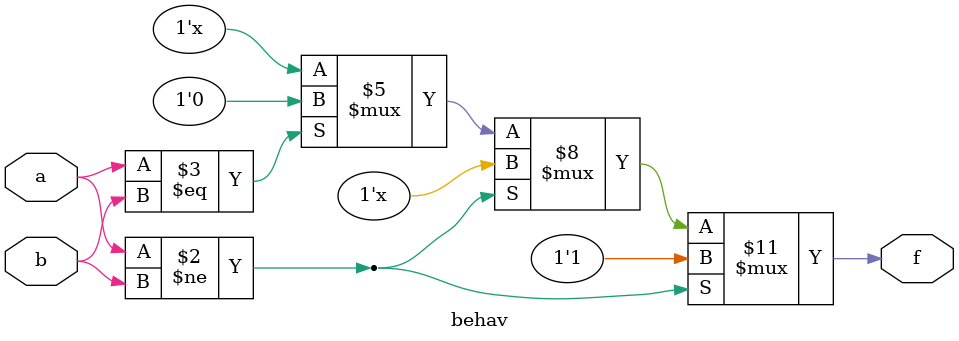
<source format=v>
module behav(a,b,f);

input a,b;
output reg f;

always @(*)
/*
	case({a,b})
	2'b00 : f = 1'b0;
	2'b01 : f = 1'b1;
	2'b10 : f = 1'b1;
	2'b11 : f = 1'b0;
	endcase
*/
begin
if (a != b)
f = 1'b1;

else if(a == b)
f = 1'b0;
end
endmodule
</source>
